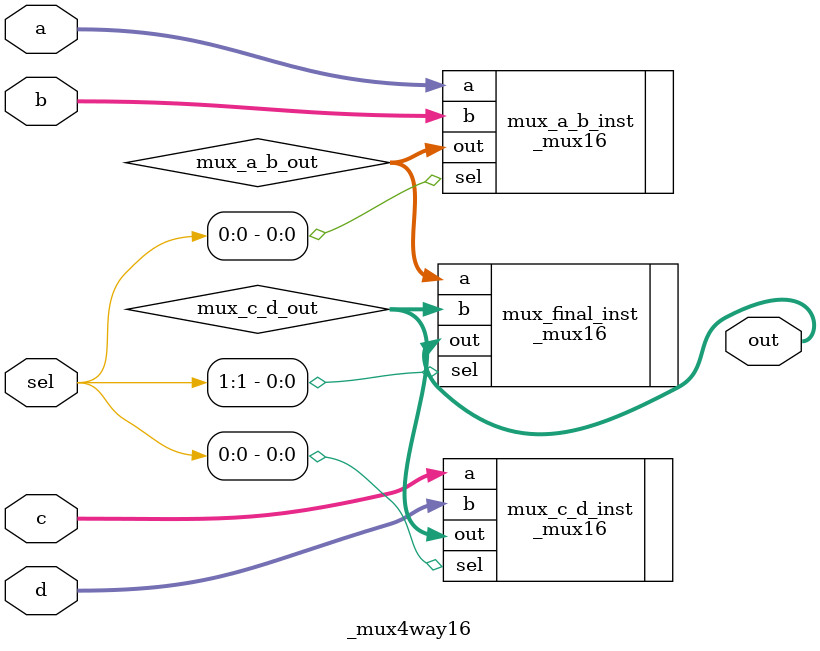
<source format=v>
module _mux4way16(
    a,
    b,
    c,
    d,
    sel,
    out
);

input [15:0] a;
input [15:0] b; 
input [15:0] c;
input [15:0] d;
input [1:0] sel;
output [15:0] out;

wire [15:0] mux_a_b_out;
_mux16 mux_a_b_inst(.a(a), .b(b), .sel(sel[0]), .out(mux_a_b_out));
wire [15:0] mux_c_d_out;    
_mux16 mux_c_d_inst(.a(c), .b(d), .sel(sel[0]), .out(mux_c_d_out));
_mux16 mux_final_inst(.a(mux_a_b_out), .b(mux_c_d_out), .sel(sel[1]), .out(out));

endmodule

</source>
